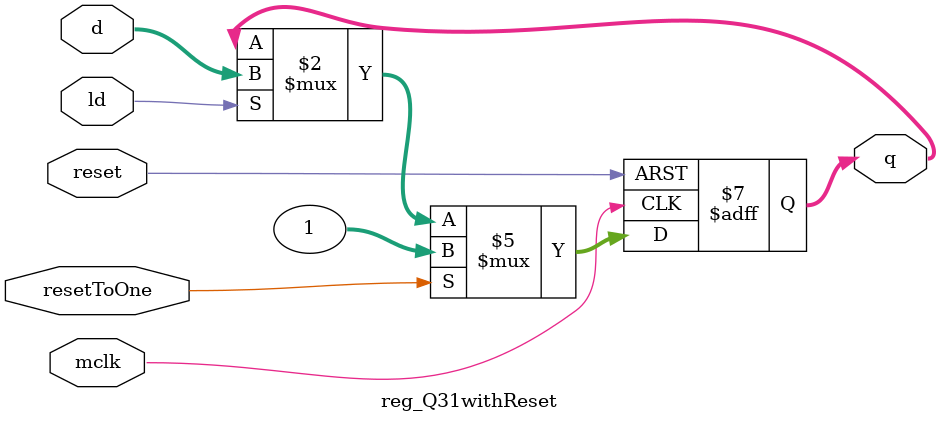
<source format=v>
`timescale 1ns / 1ps
module reg_Q31withReset(mclk,reset,resetToOne,ld,d,q);
input mclk,reset,resetToOne,ld;
input [31:0] d;
output [31:0] q;
reg [31:0] q;

always @(posedge mclk or posedge reset)
	begin
	if(reset)
		q <= 0;
	else if(resetToOne)
		q <= 1;
	else if (ld)
		q <= d;
	end



endmodule

</source>
